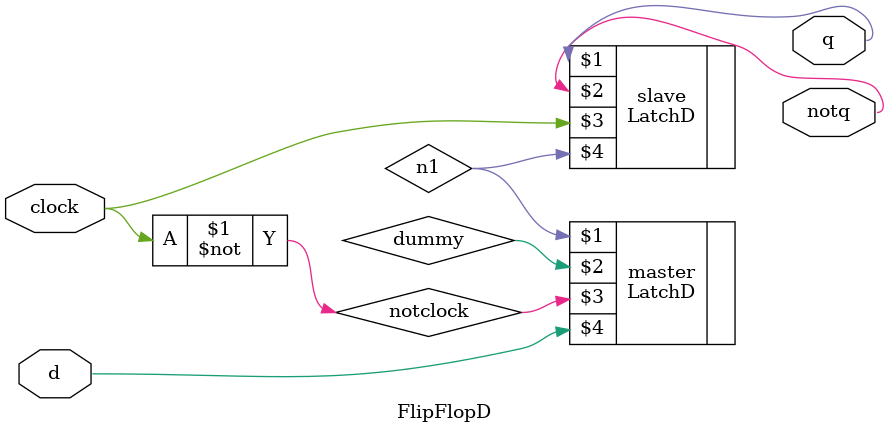
<source format=v>
module FlipFlopD(output q, output notq, input clock, input d);
    wire n1;
    wire dummy;
    wire notclock;

    assign
        notclock = ~clock;

    LatchD master(n1, dummy, notclock, d);
    LatchD slave(q, notq, clock, n1);
endmodule
</source>
